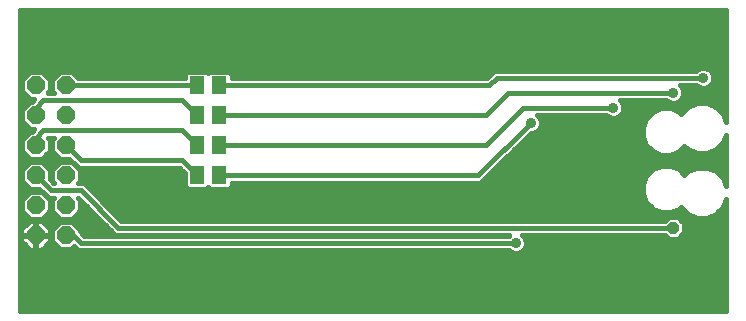
<source format=gbl>
G75*
%MOIN*%
%OFA0B0*%
%FSLAX24Y24*%
%IPPOS*%
%LPD*%
%AMOC8*
5,1,8,0,0,1.08239X$1,22.5*
%
%ADD10R,0.0512X0.0591*%
%ADD11OC8,0.0600*%
%ADD12C,0.0160*%
%ADD13C,0.0357*%
%ADD14OC8,0.0396*%
D10*
X006556Y005180D03*
X007304Y005180D03*
X007304Y006180D03*
X006556Y006180D03*
X006556Y007180D03*
X007304Y007180D03*
X007304Y008180D03*
X006556Y008180D03*
D11*
X002180Y008180D03*
X001180Y008180D03*
X001180Y007180D03*
X002180Y007180D03*
X002180Y006180D03*
X001180Y006180D03*
X001180Y005180D03*
X002180Y005180D03*
X002180Y004180D03*
X001180Y004180D03*
X001180Y003180D03*
X002180Y003180D03*
D12*
X000660Y000660D02*
X000660Y010700D01*
X024192Y010700D01*
X024192Y006970D01*
X024086Y007225D01*
X023851Y007460D01*
X023545Y007587D01*
X023213Y007587D01*
X022906Y007460D01*
X022682Y007235D01*
X022625Y007292D01*
X022340Y007410D01*
X022032Y007410D01*
X021747Y007292D01*
X021529Y007074D01*
X021411Y006789D01*
X021411Y006481D01*
X021529Y006196D01*
X021747Y005977D01*
X022032Y005859D01*
X022340Y005859D01*
X022625Y005977D01*
X022800Y006152D01*
X022906Y006046D01*
X023213Y005919D01*
X023545Y005919D01*
X023851Y006046D01*
X024086Y006280D01*
X024192Y006536D01*
X024192Y004824D01*
X024086Y005080D01*
X023851Y005314D01*
X023545Y005441D01*
X023213Y005441D01*
X022906Y005314D01*
X022800Y005208D01*
X022625Y005383D01*
X022340Y005501D01*
X022032Y005501D01*
X021747Y005383D01*
X021529Y005164D01*
X021411Y004879D01*
X021411Y004571D01*
X021529Y004286D01*
X021747Y004068D01*
X022032Y003950D01*
X022340Y003950D01*
X022625Y004068D01*
X022682Y004125D01*
X022906Y003900D01*
X023213Y003773D01*
X023545Y003773D01*
X023851Y003900D01*
X024086Y004135D01*
X024192Y004390D01*
X024192Y000660D01*
X000660Y000660D01*
X000660Y000814D02*
X024192Y000814D01*
X024192Y000973D02*
X000660Y000973D01*
X000660Y001131D02*
X024192Y001131D01*
X024192Y001290D02*
X000660Y001290D01*
X000660Y001448D02*
X024192Y001448D01*
X024192Y001607D02*
X000660Y001607D01*
X000660Y001765D02*
X024192Y001765D01*
X024192Y001924D02*
X000660Y001924D01*
X000660Y002082D02*
X024192Y002082D01*
X024192Y002241D02*
X000660Y002241D01*
X000660Y002399D02*
X024192Y002399D01*
X024192Y002558D02*
X000660Y002558D01*
X000660Y002716D02*
X000965Y002716D01*
X000981Y002700D02*
X000700Y002981D01*
X000700Y003160D01*
X001160Y003160D01*
X001160Y003200D01*
X001160Y003660D01*
X000981Y003660D01*
X000700Y003379D01*
X000700Y003200D01*
X001160Y003200D01*
X001200Y003200D01*
X001200Y003660D01*
X001379Y003660D01*
X001660Y003379D01*
X001660Y003200D01*
X001200Y003200D01*
X001200Y003160D01*
X001660Y003160D01*
X001660Y002981D01*
X001379Y002700D01*
X001200Y002700D01*
X001200Y003160D01*
X001160Y003160D01*
X001160Y002700D01*
X000981Y002700D01*
X001160Y002716D02*
X001200Y002716D01*
X001395Y002716D02*
X002569Y002716D01*
X002544Y002727D02*
X002632Y002690D01*
X016941Y002690D01*
X016988Y002643D01*
X017113Y002592D01*
X017247Y002592D01*
X017372Y002643D01*
X017467Y002738D01*
X017518Y002863D01*
X017518Y002997D01*
X017467Y003122D01*
X017399Y003190D01*
X022164Y003190D01*
X022282Y003072D01*
X022578Y003072D01*
X022788Y003282D01*
X022788Y003578D01*
X022578Y003788D01*
X022282Y003788D01*
X022164Y003670D01*
X004029Y003670D01*
X002816Y004883D01*
X002728Y004920D01*
X002571Y004920D01*
X002640Y004989D01*
X002640Y005371D01*
X002371Y005640D01*
X001989Y005640D01*
X001720Y005371D01*
X001720Y004989D01*
X001789Y004920D01*
X001779Y004920D01*
X001640Y005059D01*
X001640Y005371D01*
X001371Y005640D01*
X000989Y005640D01*
X000720Y005371D01*
X000720Y004989D01*
X000989Y004720D01*
X001301Y004720D01*
X001477Y004544D01*
X001544Y004477D01*
X001632Y004440D01*
X001789Y004440D01*
X001720Y004371D01*
X001720Y003989D01*
X001989Y003720D01*
X002371Y003720D01*
X002640Y003989D01*
X002640Y004371D01*
X002571Y004440D01*
X002581Y004440D01*
X003794Y003227D01*
X003882Y003190D01*
X016961Y003190D01*
X016941Y003170D01*
X002779Y003170D01*
X002640Y003309D01*
X002640Y003371D01*
X002371Y003640D01*
X001989Y003640D01*
X001720Y003371D01*
X001720Y002989D01*
X001989Y002720D01*
X002371Y002720D01*
X002461Y002810D01*
X002544Y002727D01*
X002680Y002930D02*
X002430Y003180D01*
X002180Y003180D01*
X001720Y003192D02*
X001200Y003192D01*
X001160Y003192D02*
X000660Y003192D01*
X000660Y003350D02*
X000700Y003350D01*
X000660Y003509D02*
X000830Y003509D01*
X001160Y003509D02*
X001200Y003509D01*
X001200Y003350D02*
X001160Y003350D01*
X001530Y003509D02*
X001858Y003509D01*
X001720Y003350D02*
X001660Y003350D01*
X001660Y003033D02*
X001720Y003033D01*
X001835Y002875D02*
X001553Y002875D01*
X001200Y002875D02*
X001160Y002875D01*
X001160Y003033D02*
X001200Y003033D01*
X000807Y002875D02*
X000660Y002875D01*
X000660Y003033D02*
X000700Y003033D01*
X000660Y003667D02*
X003354Y003667D01*
X003195Y003826D02*
X002476Y003826D01*
X002635Y003984D02*
X003037Y003984D01*
X002878Y004143D02*
X002640Y004143D01*
X002640Y004301D02*
X002720Y004301D01*
X003081Y004618D02*
X021411Y004618D01*
X021457Y004460D02*
X003240Y004460D01*
X003398Y004301D02*
X021522Y004301D01*
X021672Y004143D02*
X003557Y004143D01*
X003715Y003984D02*
X021950Y003984D01*
X022422Y003984D02*
X022822Y003984D01*
X023086Y003826D02*
X003874Y003826D01*
X003930Y003430D02*
X002680Y004680D01*
X001680Y004680D01*
X001180Y005180D01*
X001640Y005252D02*
X001720Y005252D01*
X001760Y005411D02*
X001600Y005411D01*
X001442Y005569D02*
X001918Y005569D01*
X001989Y005720D02*
X002301Y005720D01*
X002544Y005477D01*
X002632Y005440D01*
X005957Y005440D01*
X006140Y005256D01*
X006140Y004818D01*
X006234Y004725D01*
X006878Y004725D01*
X006930Y004777D01*
X006982Y004725D01*
X007626Y004725D01*
X007720Y004818D01*
X007720Y004940D01*
X015978Y004940D01*
X016066Y004977D01*
X017681Y006592D01*
X017747Y006592D01*
X017872Y006643D01*
X017967Y006738D01*
X018018Y006863D01*
X018018Y006997D01*
X017967Y007122D01*
X017899Y007190D01*
X020191Y007190D01*
X020238Y007143D01*
X020363Y007092D01*
X020497Y007092D01*
X020622Y007143D01*
X020717Y007238D01*
X020768Y007363D01*
X020768Y007497D01*
X020717Y007622D01*
X020649Y007690D01*
X022191Y007690D01*
X022238Y007643D01*
X022363Y007592D01*
X022497Y007592D01*
X022622Y007643D01*
X022717Y007738D01*
X022768Y007863D01*
X022768Y007997D01*
X022717Y008122D01*
X022649Y008190D01*
X023191Y008190D01*
X023238Y008143D01*
X023363Y008092D01*
X023497Y008092D01*
X023622Y008143D01*
X023717Y008238D01*
X023768Y008363D01*
X023768Y008497D01*
X023717Y008622D01*
X023622Y008717D01*
X023497Y008768D01*
X023363Y008768D01*
X023238Y008717D01*
X023191Y008670D01*
X016506Y008670D01*
X016418Y008633D01*
X016205Y008420D01*
X007720Y008420D01*
X007720Y008542D01*
X007626Y008635D01*
X006982Y008635D01*
X006930Y008583D01*
X006878Y008635D01*
X006234Y008635D01*
X006140Y008542D01*
X006140Y008420D01*
X002591Y008420D01*
X002371Y008640D01*
X001989Y008640D01*
X001720Y008371D01*
X001720Y007989D01*
X001789Y007920D01*
X001571Y007920D01*
X001640Y007989D01*
X001640Y008371D01*
X001371Y008640D01*
X000989Y008640D01*
X000720Y008371D01*
X000720Y007989D01*
X000989Y007720D01*
X001131Y007720D01*
X001051Y007640D01*
X000989Y007640D01*
X000720Y007371D01*
X000720Y006989D01*
X000989Y006720D01*
X001131Y006720D01*
X001051Y006640D01*
X000989Y006640D01*
X000720Y006371D01*
X000720Y005989D01*
X000989Y005720D01*
X001371Y005720D01*
X001640Y005989D01*
X001640Y006371D01*
X001571Y006440D01*
X001789Y006440D01*
X001720Y006371D01*
X001720Y005989D01*
X001989Y005720D01*
X001982Y005728D02*
X001378Y005728D01*
X001537Y005886D02*
X001823Y005886D01*
X001720Y006045D02*
X001640Y006045D01*
X001640Y006203D02*
X001720Y006203D01*
X001720Y006362D02*
X001640Y006362D01*
X001430Y006680D02*
X001180Y006430D01*
X001180Y006180D01*
X000720Y006203D02*
X000660Y006203D01*
X000660Y006045D02*
X000720Y006045D01*
X000660Y005886D02*
X000823Y005886D01*
X000982Y005728D02*
X000660Y005728D01*
X000660Y005569D02*
X000918Y005569D01*
X000760Y005411D02*
X000660Y005411D01*
X000660Y005252D02*
X000720Y005252D01*
X000720Y005094D02*
X000660Y005094D01*
X000660Y004935D02*
X000774Y004935D01*
X000660Y004777D02*
X000933Y004777D01*
X000989Y004640D02*
X000720Y004371D01*
X000720Y003989D01*
X000989Y003720D01*
X001371Y003720D01*
X001640Y003989D01*
X001640Y004371D01*
X001371Y004640D01*
X000989Y004640D01*
X000967Y004618D02*
X000660Y004618D01*
X000660Y004460D02*
X000809Y004460D01*
X000720Y004301D02*
X000660Y004301D01*
X000660Y004143D02*
X000720Y004143D01*
X000725Y003984D02*
X000660Y003984D01*
X000660Y003826D02*
X000884Y003826D01*
X001476Y003826D02*
X001884Y003826D01*
X001725Y003984D02*
X001635Y003984D01*
X001640Y004143D02*
X001720Y004143D01*
X001720Y004301D02*
X001640Y004301D01*
X001585Y004460D02*
X001551Y004460D01*
X001403Y004618D02*
X001393Y004618D01*
X001764Y004935D02*
X001774Y004935D01*
X001720Y005094D02*
X001640Y005094D01*
X002586Y004935D02*
X006140Y004935D01*
X006140Y005094D02*
X002640Y005094D01*
X002640Y005252D02*
X006140Y005252D01*
X005986Y005411D02*
X002600Y005411D01*
X002452Y005569D02*
X002442Y005569D01*
X002680Y005680D02*
X002180Y006180D01*
X002680Y005680D02*
X006056Y005680D01*
X006556Y005180D01*
X006930Y004777D02*
X006930Y004777D01*
X007304Y005180D02*
X015930Y005180D01*
X017680Y006930D01*
X017935Y007154D02*
X020227Y007154D01*
X020633Y007154D02*
X021609Y007154D01*
X021496Y006996D02*
X018018Y006996D01*
X018008Y006837D02*
X021431Y006837D01*
X021411Y006679D02*
X017907Y006679D01*
X017609Y006520D02*
X021411Y006520D01*
X021460Y006362D02*
X017451Y006362D01*
X017292Y006203D02*
X021526Y006203D01*
X021680Y006045D02*
X017134Y006045D01*
X016975Y005886D02*
X021968Y005886D01*
X022404Y005886D02*
X024192Y005886D01*
X024192Y005728D02*
X016817Y005728D01*
X016658Y005569D02*
X024192Y005569D01*
X024192Y005411D02*
X023620Y005411D01*
X023914Y005252D02*
X024192Y005252D01*
X024192Y005094D02*
X024072Y005094D01*
X024146Y004935D02*
X024192Y004935D01*
X023138Y005411D02*
X022557Y005411D01*
X022756Y005252D02*
X022844Y005252D01*
X021814Y005411D02*
X016500Y005411D01*
X016341Y005252D02*
X021616Y005252D01*
X021499Y005094D02*
X016183Y005094D01*
X016180Y006180D02*
X017430Y007430D01*
X020430Y007430D01*
X020748Y007313D02*
X021796Y007313D01*
X022271Y007630D02*
X020709Y007630D01*
X020768Y007471D02*
X022932Y007471D01*
X022759Y007313D02*
X022575Y007313D01*
X022589Y007630D02*
X024192Y007630D01*
X024192Y007788D02*
X022737Y007788D01*
X022768Y007947D02*
X024192Y007947D01*
X024192Y008105D02*
X023530Y008105D01*
X023330Y008105D02*
X022724Y008105D01*
X022430Y007930D02*
X016930Y007930D01*
X016180Y007180D01*
X007304Y007180D01*
X006556Y007180D02*
X006056Y007680D01*
X001430Y007680D01*
X001180Y007430D01*
X001180Y007180D01*
X000720Y007154D02*
X000660Y007154D01*
X000660Y006996D02*
X000720Y006996D01*
X000660Y006837D02*
X000872Y006837D01*
X000660Y006679D02*
X001089Y006679D01*
X000869Y006520D02*
X000660Y006520D01*
X000660Y006362D02*
X000720Y006362D01*
X001430Y006680D02*
X006056Y006680D01*
X006556Y006180D01*
X007304Y006180D02*
X016180Y006180D01*
X016304Y008180D02*
X007304Y008180D01*
X007720Y008422D02*
X016207Y008422D01*
X016365Y008581D02*
X007681Y008581D01*
X006556Y008180D02*
X002180Y008180D01*
X001720Y008105D02*
X001640Y008105D01*
X001640Y008264D02*
X001720Y008264D01*
X001771Y008422D02*
X001589Y008422D01*
X001430Y008581D02*
X001930Y008581D01*
X002430Y008581D02*
X006179Y008581D01*
X006140Y008422D02*
X002589Y008422D01*
X001763Y007947D02*
X001597Y007947D01*
X000921Y007788D02*
X000660Y007788D01*
X000660Y007630D02*
X000979Y007630D01*
X000820Y007471D02*
X000660Y007471D01*
X000660Y007313D02*
X000720Y007313D01*
X000763Y007947D02*
X000660Y007947D01*
X000660Y008105D02*
X000720Y008105D01*
X000720Y008264D02*
X000660Y008264D01*
X000660Y008422D02*
X000771Y008422D01*
X000660Y008581D02*
X000930Y008581D01*
X000660Y008739D02*
X023292Y008739D01*
X023568Y008739D02*
X024192Y008739D01*
X024192Y008581D02*
X023734Y008581D01*
X023768Y008422D02*
X024192Y008422D01*
X024192Y008264D02*
X023727Y008264D01*
X023430Y008430D02*
X016554Y008430D01*
X016304Y008180D01*
X022692Y006045D02*
X022909Y006045D01*
X023849Y006045D02*
X024192Y006045D01*
X024192Y006203D02*
X024009Y006203D01*
X024120Y006362D02*
X024192Y006362D01*
X024185Y006520D02*
X024192Y006520D01*
X024181Y006996D02*
X024192Y006996D01*
X024192Y007154D02*
X024116Y007154D01*
X024192Y007313D02*
X023999Y007313D01*
X023825Y007471D02*
X024192Y007471D01*
X024192Y008898D02*
X000660Y008898D01*
X000660Y009056D02*
X024192Y009056D01*
X024192Y009215D02*
X000660Y009215D01*
X000660Y009373D02*
X024192Y009373D01*
X024192Y009532D02*
X000660Y009532D01*
X000660Y009690D02*
X024192Y009690D01*
X024192Y009849D02*
X000660Y009849D01*
X000660Y010007D02*
X024192Y010007D01*
X024192Y010166D02*
X000660Y010166D01*
X000660Y010324D02*
X024192Y010324D01*
X024192Y010483D02*
X000660Y010483D01*
X000660Y010641D02*
X024192Y010641D01*
X021434Y004935D02*
X007720Y004935D01*
X007678Y004777D02*
X021411Y004777D01*
X023672Y003826D02*
X024192Y003826D01*
X024192Y003667D02*
X022699Y003667D01*
X022788Y003509D02*
X024192Y003509D01*
X024192Y003350D02*
X022788Y003350D01*
X022698Y003192D02*
X024192Y003192D01*
X024192Y003033D02*
X017504Y003033D01*
X017518Y002875D02*
X024192Y002875D01*
X024192Y002716D02*
X017445Y002716D01*
X017180Y002930D02*
X002680Y002930D01*
X002758Y003192D02*
X003879Y003192D01*
X003671Y003350D02*
X002640Y003350D01*
X002502Y003509D02*
X003512Y003509D01*
X003930Y003430D02*
X022430Y003430D01*
X023936Y003984D02*
X024192Y003984D01*
X024192Y004143D02*
X024089Y004143D01*
X024155Y004301D02*
X024192Y004301D01*
X006182Y004777D02*
X002923Y004777D01*
D13*
X017180Y002930D03*
X017680Y006930D03*
X020430Y007430D03*
X022430Y007930D03*
X023430Y008430D03*
D14*
X022430Y003430D03*
M02*

</source>
